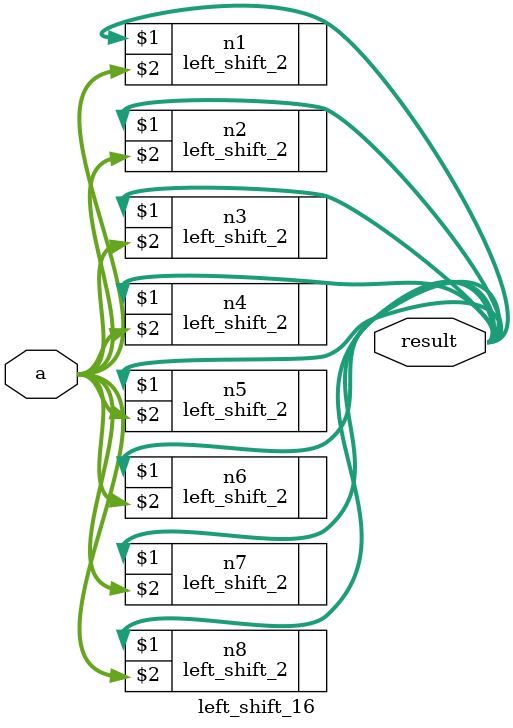
<source format=v>
module left_shift_16 (result, a);
    input [31:0] a;
    output [31:0] result;

    left_shift_2 n1(result, a);
    left_shift_2 n2(result, a);
    left_shift_2 n3(result, a);
    left_shift_2 n4(result, a);
    left_shift_2 n5(result, a);
    left_shift_2 n6(result, a);
    left_shift_2 n7(result, a);
    left_shift_2 n8(result, a);
endmodule
</source>
